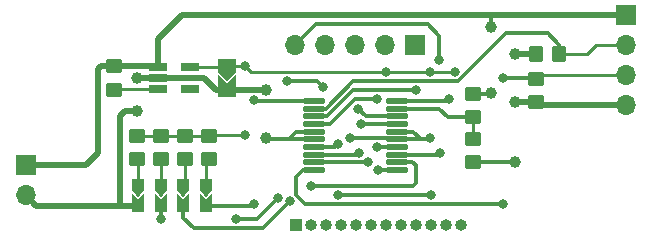
<source format=gtl>
G04 #@! TF.GenerationSoftware,KiCad,Pcbnew,(6.0.6)*
G04 #@! TF.CreationDate,2023-04-07T17:07:22+02:00*
G04 #@! TF.ProjectId,LampeSolairePetite,4c616d70-6553-46f6-9c61-697265506574,R00*
G04 #@! TF.SameCoordinates,Original*
G04 #@! TF.FileFunction,Copper,L1,Top*
G04 #@! TF.FilePolarity,Positive*
%FSLAX46Y46*%
G04 Gerber Fmt 4.6, Leading zero omitted, Abs format (unit mm)*
G04 Created by KiCad (PCBNEW (6.0.6)) date 2023-04-07 17:07:22*
%MOMM*%
%LPD*%
G01*
G04 APERTURE LIST*
G04 Aperture macros list*
%AMRoundRect*
0 Rectangle with rounded corners*
0 $1 Rounding radius*
0 $2 $3 $4 $5 $6 $7 $8 $9 X,Y pos of 4 corners*
0 Add a 4 corners polygon primitive as box body*
4,1,4,$2,$3,$4,$5,$6,$7,$8,$9,$2,$3,0*
0 Add four circle primitives for the rounded corners*
1,1,$1+$1,$2,$3*
1,1,$1+$1,$4,$5*
1,1,$1+$1,$6,$7*
1,1,$1+$1,$8,$9*
0 Add four rect primitives between the rounded corners*
20,1,$1+$1,$2,$3,$4,$5,0*
20,1,$1+$1,$4,$5,$6,$7,0*
20,1,$1+$1,$6,$7,$8,$9,0*
20,1,$1+$1,$8,$9,$2,$3,0*%
%AMFreePoly0*
4,1,6,1.025000,0.000000,0.525000,-0.475000,-0.525000,-0.475000,-0.525000,0.475000,0.525000,0.475000,1.025000,0.000000,1.025000,0.000000,$1*%
%AMFreePoly1*
4,1,6,0.525000,-0.475000,-1.015000,-0.475000,-0.525000,0.000000,-1.025000,0.475000,0.525000,0.475000,0.525000,-0.475000,0.525000,-0.475000,$1*%
%AMFreePoly2*
4,1,6,0.587500,-0.725000,-0.587500,-0.725000,-1.287500,0.000000,-0.587500,0.725000,0.587500,0.725000,0.587500,-0.725000,0.587500,-0.725000,$1*%
%AMFreePoly3*
4,1,6,0.587500,0.000000,1.287500,-0.725000,-0.587500,-0.725000,-0.587500,0.725000,1.287500,0.725000,0.587500,0.000000,0.587500,0.000000,$1*%
G04 Aperture macros list end*
G04 #@! TA.AperFunction,SMDPad,CuDef*
%ADD10RoundRect,0.250000X-0.450000X0.350000X-0.450000X-0.350000X0.450000X-0.350000X0.450000X0.350000X0*%
G04 #@! TD*
G04 #@! TA.AperFunction,SMDPad,CuDef*
%ADD11RoundRect,0.125000X-0.825000X-0.125000X0.825000X-0.125000X0.825000X0.125000X-0.825000X0.125000X0*%
G04 #@! TD*
G04 #@! TA.AperFunction,ComponentPad*
%ADD12R,1.700000X1.700000*%
G04 #@! TD*
G04 #@! TA.AperFunction,ComponentPad*
%ADD13O,1.700000X1.700000*%
G04 #@! TD*
G04 #@! TA.AperFunction,SMDPad,CuDef*
%ADD14R,1.560000X0.650000*%
G04 #@! TD*
G04 #@! TA.AperFunction,SMDPad,CuDef*
%ADD15FreePoly0,270.000000*%
G04 #@! TD*
G04 #@! TA.AperFunction,SMDPad,CuDef*
%ADD16FreePoly1,270.000000*%
G04 #@! TD*
G04 #@! TA.AperFunction,SMDPad,CuDef*
%ADD17FreePoly2,90.000000*%
G04 #@! TD*
G04 #@! TA.AperFunction,SMDPad,CuDef*
%ADD18FreePoly3,90.000000*%
G04 #@! TD*
G04 #@! TA.AperFunction,ComponentPad*
%ADD19R,1.000000X1.000000*%
G04 #@! TD*
G04 #@! TA.AperFunction,ComponentPad*
%ADD20O,1.000000X1.000000*%
G04 #@! TD*
G04 #@! TA.AperFunction,SMDPad,CuDef*
%ADD21RoundRect,0.250000X0.350000X0.450000X-0.350000X0.450000X-0.350000X-0.450000X0.350000X-0.450000X0*%
G04 #@! TD*
G04 #@! TA.AperFunction,ViaPad*
%ADD22C,1.000000*%
G04 #@! TD*
G04 #@! TA.AperFunction,ViaPad*
%ADD23C,0.800000*%
G04 #@! TD*
G04 #@! TA.AperFunction,Conductor*
%ADD24C,0.500000*%
G04 #@! TD*
G04 #@! TA.AperFunction,Conductor*
%ADD25C,0.300000*%
G04 #@! TD*
G04 #@! TA.AperFunction,Conductor*
%ADD26C,0.250000*%
G04 #@! TD*
G04 APERTURE END LIST*
D10*
X134366000Y-84090000D03*
X134366000Y-86090000D03*
D11*
X120960000Y-80895000D03*
X120960000Y-81545000D03*
X120960000Y-82195000D03*
X120960000Y-82845000D03*
X120960000Y-83495000D03*
X120960000Y-84145000D03*
X120960000Y-84795000D03*
X120960000Y-85445000D03*
X120960000Y-86095000D03*
X120960000Y-86745000D03*
X127960000Y-86745000D03*
X127960000Y-86095000D03*
X127960000Y-85445000D03*
X127960000Y-84795000D03*
X127960000Y-84145000D03*
X127960000Y-83495000D03*
X127960000Y-82845000D03*
X127960000Y-82195000D03*
X127960000Y-81545000D03*
X127960000Y-80895000D03*
D10*
X105918000Y-83836000D03*
X105918000Y-85836000D03*
D12*
X96520000Y-86360000D03*
D13*
X96520000Y-88900000D03*
D14*
X107743000Y-78022500D03*
X107743000Y-78972500D03*
X107743000Y-79922500D03*
X110443000Y-79922500D03*
X110443000Y-78022500D03*
D10*
X104013000Y-77972500D03*
X104013000Y-79972500D03*
D15*
X109855000Y-88025000D03*
D16*
X109855000Y-89775000D03*
D15*
X107950000Y-88025000D03*
D16*
X107950000Y-89775000D03*
D10*
X109982000Y-83836000D03*
X109982000Y-85836000D03*
D17*
X113538000Y-77935000D03*
D18*
X113538000Y-80010000D03*
D19*
X119380000Y-91440000D03*
D20*
X120650000Y-91440000D03*
X121920000Y-91440000D03*
X123190000Y-91440000D03*
X124460000Y-91440000D03*
X125730000Y-91440000D03*
X127000000Y-91440000D03*
X128270000Y-91440000D03*
X129540000Y-91440000D03*
X130810000Y-91440000D03*
X132080000Y-91440000D03*
X133350000Y-91440000D03*
D12*
X129535000Y-76200000D03*
D13*
X126995000Y-76200000D03*
X124455000Y-76200000D03*
X121915000Y-76200000D03*
X119375000Y-76200000D03*
D12*
X147320000Y-73660000D03*
D13*
X147320000Y-76200000D03*
X147320000Y-78740000D03*
X147320000Y-81280000D03*
D21*
X141716000Y-76962000D03*
X139716000Y-76962000D03*
D10*
X134366000Y-80280000D03*
X134366000Y-82280000D03*
D15*
X106045000Y-88025000D03*
D16*
X106045000Y-89775000D03*
D15*
X111760000Y-88025000D03*
D16*
X111760000Y-89775000D03*
D10*
X107950000Y-83836000D03*
X107950000Y-85836000D03*
X139700000Y-79010000D03*
X139700000Y-81010000D03*
X112014000Y-83836000D03*
X112014000Y-85836000D03*
D22*
X137922000Y-76962000D03*
X116840000Y-84074000D03*
X116840000Y-80010000D03*
X105918000Y-81788000D03*
X137922000Y-81026000D03*
X105918000Y-78994000D03*
X137922000Y-86106000D03*
D23*
X130793000Y-78486660D03*
X123952000Y-84074000D03*
X127000000Y-78486000D03*
X132842000Y-78486000D03*
X115062000Y-83820000D03*
X115062000Y-77978000D03*
X130793000Y-84074660D03*
D22*
X135890000Y-80264000D03*
X135890000Y-74676000D03*
D23*
X136906000Y-89662000D03*
X136906000Y-78994000D03*
X120650000Y-88138000D03*
X124714000Y-85344000D03*
X125476000Y-86106000D03*
X126386977Y-86719023D03*
X129540000Y-80010000D03*
X130810000Y-88900000D03*
X122936000Y-88900000D03*
X122936000Y-84582000D03*
X132334000Y-80772000D03*
X126259977Y-80750023D03*
X115824000Y-80859500D03*
X115824000Y-89662000D03*
X131542500Y-77470000D03*
X131572000Y-85344000D03*
X118618000Y-79248000D03*
X126238000Y-84836000D03*
X121666000Y-79756000D03*
X124947262Y-82838787D03*
X118872000Y-89408000D03*
X124676683Y-81540638D03*
X107950000Y-90932000D03*
X114300000Y-90932000D03*
X117856000Y-89154000D03*
D24*
X111633000Y-78972500D02*
X112670500Y-80010000D01*
X107743000Y-78972500D02*
X105939500Y-78972500D01*
X113538000Y-80010000D02*
X116840000Y-80010000D01*
X104535000Y-89775000D02*
X106045000Y-89775000D01*
X112670500Y-80010000D02*
X113538000Y-80010000D01*
D25*
X134366000Y-86090000D02*
X137906000Y-86090000D01*
D24*
X97395000Y-89775000D02*
X104535000Y-89775000D01*
X147320000Y-81280000D02*
X139970000Y-81280000D01*
X139716000Y-76962000D02*
X137922000Y-76962000D01*
D25*
X120960000Y-84145000D02*
X118801000Y-84145000D01*
X137906000Y-86090000D02*
X137922000Y-86106000D01*
X118801000Y-84145000D02*
X116911000Y-84145000D01*
D24*
X104930000Y-81788000D02*
X104535000Y-82183000D01*
X139970000Y-81280000D02*
X139700000Y-81010000D01*
X105939500Y-78972500D02*
X105918000Y-78994000D01*
D25*
X119451000Y-83495000D02*
X118801000Y-84145000D01*
D24*
X137922000Y-81026000D02*
X139684000Y-81026000D01*
D25*
X120960000Y-83495000D02*
X119451000Y-83495000D01*
D24*
X96520000Y-88900000D02*
X97395000Y-89775000D01*
D25*
X116911000Y-84145000D02*
X116840000Y-84074000D01*
D24*
X105918000Y-81788000D02*
X104930000Y-81788000D01*
X104535000Y-82183000D02*
X104535000Y-89775000D01*
X107743000Y-78972500D02*
X111633000Y-78972500D01*
X139684000Y-81026000D02*
X139700000Y-81010000D01*
D25*
X129327000Y-83495000D02*
X129977000Y-84145000D01*
D26*
X130792340Y-78486000D02*
X130793000Y-78486660D01*
X130793660Y-78486000D02*
X130793000Y-78486660D01*
X127000000Y-78486000D02*
X130792340Y-78486000D01*
X115273000Y-77935000D02*
X113538000Y-77935000D01*
X115570000Y-78486000D02*
X127000000Y-78486000D01*
X115062000Y-77978000D02*
X115570000Y-78486000D01*
X115062000Y-83820000D02*
X112030000Y-83820000D01*
D25*
X130722660Y-84145000D02*
X130793000Y-84074660D01*
X129977000Y-84145000D02*
X130722660Y-84145000D01*
D26*
X113450500Y-78022500D02*
X113538000Y-77935000D01*
X115062000Y-77978000D02*
X115273000Y-77935000D01*
D25*
X127889000Y-84074000D02*
X127960000Y-84145000D01*
X127960000Y-84145000D02*
X129977000Y-84145000D01*
X123952000Y-84074000D02*
X127889000Y-84074000D01*
D26*
X132842000Y-78486000D02*
X130793660Y-78486000D01*
D25*
X127960000Y-83495000D02*
X129327000Y-83495000D01*
D26*
X112030000Y-83820000D02*
X112014000Y-83836000D01*
X110443000Y-78022500D02*
X113450500Y-78022500D01*
X105918000Y-83836000D02*
X112014000Y-83836000D01*
D25*
X135874000Y-80280000D02*
X135890000Y-80264000D01*
D24*
X102616000Y-78232000D02*
X102616000Y-85344000D01*
D25*
X135890000Y-74676000D02*
X135890000Y-73660000D01*
D24*
X102875500Y-77972500D02*
X102616000Y-78232000D01*
X104013000Y-77972500D02*
X102875500Y-77972500D01*
D25*
X134366000Y-80280000D02*
X135874000Y-80280000D01*
D24*
X107743000Y-75645000D02*
X109728000Y-73660000D01*
X101600000Y-86360000D02*
X96520000Y-86360000D01*
X107743000Y-78022500D02*
X107743000Y-75645000D01*
X109728000Y-73660000D02*
X135890000Y-73660000D01*
X104013000Y-77972500D02*
X107693000Y-77972500D01*
X107693000Y-77972500D02*
X107743000Y-78022500D01*
X102616000Y-85344000D02*
X101600000Y-86360000D01*
X135890000Y-73660000D02*
X147320000Y-73660000D01*
D25*
X141716000Y-76184000D02*
X141716000Y-76962000D01*
X133140661Y-79248000D02*
X137204661Y-75184000D01*
X137204661Y-75184000D02*
X140716000Y-75184000D01*
X140716000Y-75184000D02*
X141716000Y-76184000D01*
D26*
X144018000Y-76962000D02*
X141716000Y-76962000D01*
X144780000Y-76200000D02*
X144018000Y-76962000D01*
X147320000Y-76200000D02*
X144780000Y-76200000D01*
D25*
X121931751Y-81545000D02*
X124228751Y-79248000D01*
X124228751Y-79248000D02*
X133140661Y-79248000D01*
X120960000Y-81545000D02*
X121931751Y-81545000D01*
X119380000Y-87376000D02*
X120011000Y-86745000D01*
D26*
X139970000Y-78740000D02*
X147320000Y-78740000D01*
D25*
X119380000Y-88856046D02*
X119380000Y-87376000D01*
X136906000Y-78994000D02*
X139684000Y-78994000D01*
D26*
X139700000Y-79010000D02*
X139970000Y-78740000D01*
D25*
X139684000Y-78994000D02*
X139700000Y-79010000D01*
X120185954Y-89662000D02*
X119380000Y-88856046D01*
X136906000Y-89662000D02*
X120185954Y-89662000D01*
X120011000Y-86745000D02*
X120960000Y-86745000D01*
X129540000Y-87884000D02*
X129286000Y-88138000D01*
X129540000Y-86360000D02*
X129540000Y-87884000D01*
X127960000Y-86095000D02*
X129275000Y-86095000D01*
X129286000Y-88138000D02*
X120650000Y-88138000D01*
X129275000Y-86095000D02*
X129540000Y-86360000D01*
X124714000Y-85344000D02*
X124613000Y-85445000D01*
X124613000Y-85445000D02*
X120960000Y-85445000D01*
X120971000Y-86106000D02*
X120960000Y-86095000D01*
X125476000Y-86106000D02*
X120971000Y-86106000D01*
D26*
X106045000Y-85963000D02*
X105918000Y-85836000D01*
X106045000Y-88025000D02*
X106045000Y-85963000D01*
X107950000Y-88025000D02*
X107950000Y-85836000D01*
D25*
X127960000Y-86745000D02*
X126412954Y-86745000D01*
X126412954Y-86745000D02*
X126386977Y-86719023D01*
X122021000Y-82195000D02*
X124215477Y-80000523D01*
X129530523Y-80000523D02*
X129540000Y-80010000D01*
X124215477Y-80000523D02*
X129530523Y-80000523D01*
X120960000Y-82195000D02*
X122021000Y-82195000D01*
D26*
X109982000Y-87898000D02*
X109855000Y-88025000D01*
X109982000Y-85836000D02*
X109982000Y-87898000D01*
X111760000Y-88025000D02*
X111760000Y-86090000D01*
X111760000Y-86090000D02*
X112014000Y-85836000D01*
D25*
X120960000Y-84795000D02*
X122723000Y-84795000D01*
X122936000Y-88900000D02*
X130810000Y-88900000D01*
X122723000Y-84795000D02*
X122936000Y-84582000D01*
X132211000Y-80895000D02*
X132334000Y-80772000D01*
X127960000Y-80895000D02*
X132211000Y-80895000D01*
X126213267Y-80703313D02*
X126259977Y-80750023D01*
X120960000Y-82845000D02*
X122312367Y-82845000D01*
X122312367Y-82845000D02*
X124454054Y-80703313D01*
X124454054Y-80703313D02*
X126213267Y-80703313D01*
D26*
X107743000Y-79922500D02*
X104063000Y-79922500D01*
X104063000Y-79922500D02*
X104013000Y-79972500D01*
D25*
X131538339Y-81545000D02*
X132273339Y-82280000D01*
X127960000Y-81545000D02*
X131538339Y-81545000D01*
D26*
X134366000Y-82280000D02*
X134366000Y-84090000D01*
D25*
X132273339Y-82280000D02*
X134366000Y-82280000D01*
X111760000Y-89775000D02*
X115711000Y-89775000D01*
X115859500Y-80895000D02*
X115824000Y-80859500D01*
X115711000Y-89775000D02*
X115824000Y-89662000D01*
X120960000Y-80895000D02*
X115859500Y-80895000D01*
X131572000Y-85344000D02*
X131471000Y-85445000D01*
X131542500Y-75408500D02*
X131542500Y-77470000D01*
X130556000Y-74422000D02*
X131542500Y-75408500D01*
X121153000Y-74422000D02*
X130556000Y-74422000D01*
X131471000Y-85445000D02*
X127960000Y-85445000D01*
X119375000Y-76200000D02*
X121153000Y-74422000D01*
X121158000Y-79248000D02*
X118618000Y-79248000D01*
X121666000Y-79756000D02*
X121158000Y-79248000D01*
X127960000Y-84795000D02*
X126279000Y-84795000D01*
X126279000Y-84795000D02*
X126238000Y-84836000D01*
X124953475Y-82845000D02*
X124947262Y-82838787D01*
X110744000Y-91694000D02*
X109855000Y-90805000D01*
X109855000Y-90805000D02*
X109855000Y-89775000D01*
X127960000Y-82845000D02*
X124953475Y-82845000D01*
X116586000Y-91694000D02*
X110744000Y-91694000D01*
X118872000Y-89408000D02*
X116586000Y-91694000D01*
X116078000Y-90932000D02*
X117856000Y-89154000D01*
X114300000Y-90932000D02*
X116078000Y-90932000D01*
X127960000Y-82195000D02*
X125331045Y-82195000D01*
X125331045Y-82195000D02*
X124676683Y-81540638D01*
X107950000Y-89775000D02*
X107950000Y-90932000D01*
M02*

</source>
